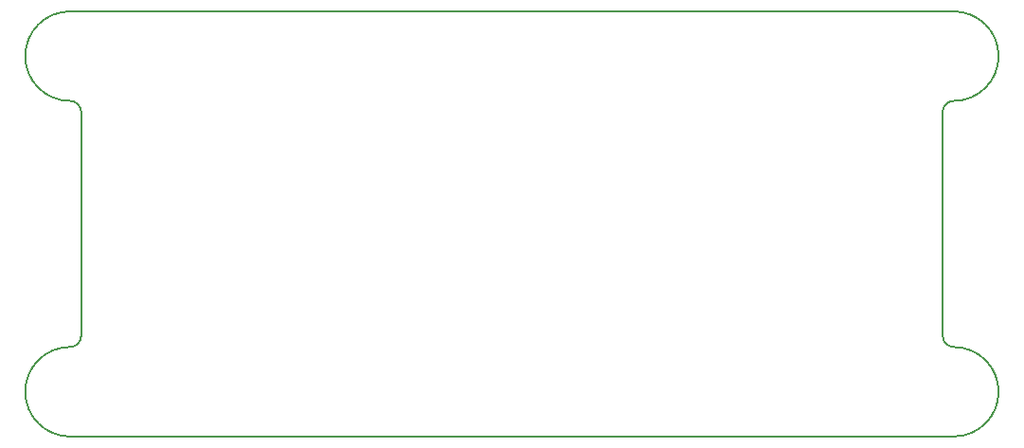
<source format=gm1>
G04 #@! TF.FileFunction,Profile,NP*
%FSLAX46Y46*%
G04 Gerber Fmt 4.6, Leading zero omitted, Abs format (unit mm)*
G04 Created by KiCad (PCBNEW 4.0.4-1.fc25-product) date Tue Mar 21 18:34:58 2017*
%MOMM*%
%LPD*%
G01*
G04 APERTURE LIST*
%ADD10C,0.100000*%
%ADD11C,0.150000*%
G04 APERTURE END LIST*
D10*
D11*
X115500000Y-115000000D02*
X194500000Y-115000000D01*
X115500000Y-77000000D02*
X194500000Y-77000000D01*
X193500000Y-106000000D02*
X193500000Y-86000000D01*
X193500000Y-106000000D02*
G75*
G03X194500000Y-107000000I1000000J0D01*
G01*
X194500000Y-85000000D02*
G75*
G03X193500000Y-86000000I0J-1000000D01*
G01*
X198500000Y-111000000D02*
G75*
G03X194500000Y-107000000I-4000000J0D01*
G01*
X194500000Y-115000000D02*
G75*
G03X198500000Y-111000000I0J4000000D01*
G01*
X194500000Y-85000000D02*
G75*
G03X198500000Y-81000000I0J4000000D01*
G01*
X198500000Y-81000000D02*
G75*
G03X194500000Y-77000000I-4000000J0D01*
G01*
X116500000Y-86000000D02*
X116500000Y-106000000D01*
X116500000Y-86000000D02*
G75*
G03X115500000Y-85000000I-1000000J0D01*
G01*
X111500000Y-81000000D02*
G75*
G03X115500000Y-85000000I4000000J0D01*
G01*
X115500000Y-77000000D02*
G75*
G03X111500000Y-81000000I0J-4000000D01*
G01*
X115500000Y-107000000D02*
G75*
G03X116500000Y-106000000I0J1000000D01*
G01*
X115500000Y-107000000D02*
G75*
G03X111500000Y-111000000I0J-4000000D01*
G01*
X111500000Y-111000000D02*
G75*
G03X115500000Y-115000000I4000000J0D01*
G01*
M02*

</source>
